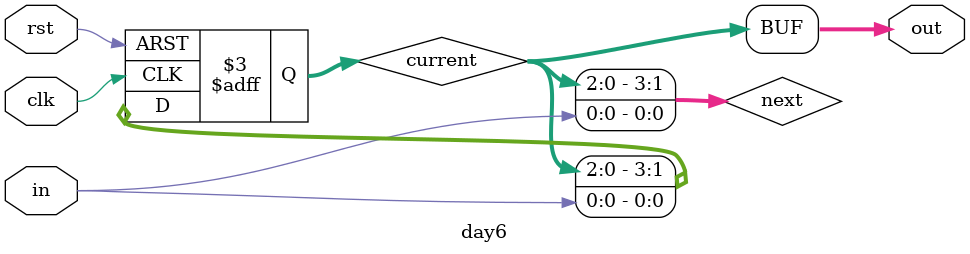
<source format=v>

module day6 (
    input clk, rst, in,
    output [3:0] out
);
    
    reg [3:0] current;
    reg [3:0] next;

    always @(posedge clk or posedge rst) begin
        if (rst) begin
            current <= 0;
        end
        else begin
            current <= next;
        end
    end

    always @(*) next = {current[2:0], in};
    assign out = current;

endmodule
</source>
